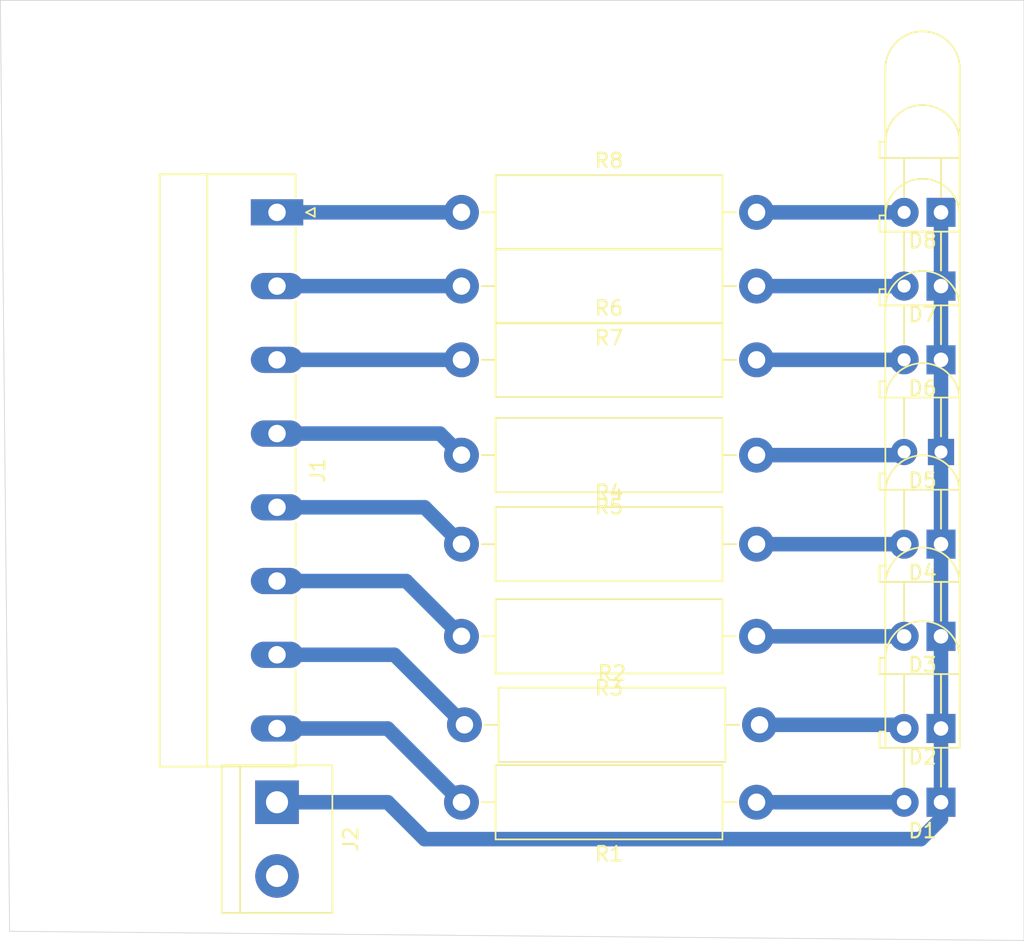
<source format=kicad_pcb>
(kicad_pcb (version 20171130) (host pcbnew "(5.1.2)-2")

  (general
    (thickness 1.6)
    (drawings 5)
    (tracks 35)
    (zones 0)
    (modules 18)
    (nets 18)
  )

  (page A4)
  (layers
    (0 F.Cu signal)
    (31 B.Cu signal)
    (32 B.Adhes user)
    (33 F.Adhes user)
    (34 B.Paste user)
    (35 F.Paste user)
    (36 B.SilkS user)
    (37 F.SilkS user)
    (38 B.Mask user)
    (39 F.Mask user)
    (40 Dwgs.User user)
    (41 Cmts.User user)
    (42 Eco1.User user)
    (43 Eco2.User user)
    (44 Edge.Cuts user)
    (45 Margin user)
    (46 B.CrtYd user)
    (47 F.CrtYd user)
    (48 B.Fab user)
    (49 F.Fab user)
  )

  (setup
    (last_trace_width 0.25)
    (trace_clearance 0.2)
    (zone_clearance 0.508)
    (zone_45_only no)
    (trace_min 0.2)
    (via_size 0.8)
    (via_drill 0.4)
    (via_min_size 0.4)
    (via_min_drill 0.3)
    (uvia_size 0.3)
    (uvia_drill 0.1)
    (uvias_allowed no)
    (uvia_min_size 0.2)
    (uvia_min_drill 0.1)
    (edge_width 0.05)
    (segment_width 0.2)
    (pcb_text_width 0.3)
    (pcb_text_size 1.5 1.5)
    (mod_edge_width 0.12)
    (mod_text_size 1 1)
    (mod_text_width 0.15)
    (pad_size 2 2)
    (pad_drill 1)
    (pad_to_mask_clearance 0.051)
    (solder_mask_min_width 0.25)
    (aux_axis_origin 0 0)
    (visible_elements 7FFFFFFF)
    (pcbplotparams
      (layerselection 0x010fc_ffffffff)
      (usegerberextensions true)
      (usegerberattributes false)
      (usegerberadvancedattributes false)
      (creategerberjobfile false)
      (excludeedgelayer true)
      (linewidth 0.100000)
      (plotframeref false)
      (viasonmask false)
      (mode 1)
      (useauxorigin false)
      (hpglpennumber 1)
      (hpglpenspeed 20)
      (hpglpendiameter 15.000000)
      (psnegative false)
      (psa4output false)
      (plotreference true)
      (plotvalue true)
      (plotinvisibletext false)
      (padsonsilk false)
      (subtractmaskfromsilk false)
      (outputformat 1)
      (mirror false)
      (drillshape 0)
      (scaleselection 1)
      (outputdirectory "./"))
  )

  (net 0 "")
  (net 1 "Net-(D1-Pad2)")
  (net 2 /GND)
  (net 3 "Net-(D2-Pad2)")
  (net 4 "Net-(D3-Pad2)")
  (net 5 "Net-(D4-Pad2)")
  (net 6 "Net-(D5-Pad2)")
  (net 7 "Net-(D6-Pad2)")
  (net 8 "Net-(D7-Pad2)")
  (net 9 "Net-(D8-Pad2)")
  (net 10 /PB0)
  (net 11 /PB1)
  (net 12 /PB2)
  (net 13 /PB3)
  (net 14 /PB4)
  (net 15 /PB5)
  (net 16 /PB6)
  (net 17 /PB7)

  (net_class Default "This is the default net class."
    (clearance 0.2)
    (trace_width 0.25)
    (via_dia 0.8)
    (via_drill 0.4)
    (uvia_dia 0.3)
    (uvia_drill 0.1)
    (add_net /GND)
    (add_net /PB0)
    (add_net /PB1)
    (add_net /PB2)
    (add_net /PB3)
    (add_net /PB4)
    (add_net /PB5)
    (add_net /PB6)
    (add_net /PB7)
    (add_net "Net-(D1-Pad2)")
    (add_net "Net-(D2-Pad2)")
    (add_net "Net-(D3-Pad2)")
    (add_net "Net-(D4-Pad2)")
    (add_net "Net-(D5-Pad2)")
    (add_net "Net-(D6-Pad2)")
    (add_net "Net-(D7-Pad2)")
    (add_net "Net-(D8-Pad2)")
  )

  (module LEDs:LED_D5.0mm_Horizontal_O3.81mm_Z15.0mm (layer F.Cu) (tedit 5D5E4AC5) (tstamp 5D5D05D3)
    (at 96.52 177.8 180)
    (descr "LED, diameter 5.0mm z-position of LED center 3.0mm, 2 pins, diameter 5.0mm z-position of LED center 3.0mm, 2 pins, diameter 5.0mm z-position of LED center 3.0mm, 2 pins, diameter 5.0mm z-position of LED center 9.0mm, 2 pins, diameter 5.0mm z-position of LED center 9.0mm, 2 pins, diameter 5.0mm z-position of LED center 9.0mm, 2 pins, diameter 5.0mm z-position of LED center 15.0mm, 2 pins, diameter 5.0mm z-position of LED center 15.0mm, 2 pins")
    (tags "LED diameter 5.0mm z-position of LED center 3.0mm 2 pins diameter 5.0mm z-position of LED center 3.0mm 2 pins diameter 5.0mm z-position of LED center 3.0mm 2 pins diameter 5.0mm z-position of LED center 9.0mm 2 pins diameter 5.0mm z-position of LED center 9.0mm 2 pins diameter 5.0mm z-position of LED center 9.0mm 2 pins diameter 5.0mm z-position of LED center 15.0mm 2 pins diameter 5.0mm z-position of LED center 15.0mm 2 pins")
    (path /5D5DB78C)
    (fp_text reference D1 (at 1.27 -1.96) (layer F.SilkS)
      (effects (font (size 1 1) (thickness 0.15)))
    )
    (fp_text value LED (at 1.27 13.47) (layer F.Fab)
      (effects (font (size 1 1) (thickness 0.15)))
    )
    (fp_line (start 4.5 -1.25) (end -1.95 -1.25) (layer F.CrtYd) (width 0.05))
    (fp_line (start 4.5 12.75) (end 4.5 -1.25) (layer F.CrtYd) (width 0.05))
    (fp_line (start -1.95 12.75) (end 4.5 12.75) (layer F.CrtYd) (width 0.05))
    (fp_line (start -1.95 -1.25) (end -1.95 12.75) (layer F.CrtYd) (width 0.05))
    (fp_line (start 2.54 1.08) (end 2.54 1.08) (layer F.SilkS) (width 0.12))
    (fp_line (start 2.54 3.75) (end 2.54 1.08) (layer F.SilkS) (width 0.12))
    (fp_line (start 2.54 3.75) (end 2.54 3.75) (layer F.SilkS) (width 0.12))
    (fp_line (start 2.54 1.08) (end 2.54 3.75) (layer F.SilkS) (width 0.12))
    (fp_line (start 0 1.08) (end 0 1.08) (layer F.SilkS) (width 0.12))
    (fp_line (start 0 3.75) (end 0 1.08) (layer F.SilkS) (width 0.12))
    (fp_line (start 0 3.75) (end 0 3.75) (layer F.SilkS) (width 0.12))
    (fp_line (start 0 1.08) (end 0 3.75) (layer F.SilkS) (width 0.12))
    (fp_line (start 3.83 3.75) (end 4.23 3.75) (layer F.SilkS) (width 0.12))
    (fp_line (start 3.83 4.87) (end 3.83 3.75) (layer F.SilkS) (width 0.12))
    (fp_line (start 4.23 4.87) (end 3.83 4.87) (layer F.SilkS) (width 0.12))
    (fp_line (start 4.23 3.75) (end 4.23 4.87) (layer F.SilkS) (width 0.12))
    (fp_line (start -1.29 3.75) (end 3.83 3.75) (layer F.SilkS) (width 0.12))
    (fp_line (start 3.83 3.75) (end 3.83 9.91) (layer F.SilkS) (width 0.12))
    (fp_line (start -1.29 3.75) (end -1.29 9.91) (layer F.SilkS) (width 0.12))
    (fp_line (start 2.54 0) (end 2.54 0) (layer F.Fab) (width 0.1))
    (fp_line (start 2.54 3.81) (end 2.54 0) (layer F.Fab) (width 0.1))
    (fp_line (start 2.54 3.81) (end 2.54 3.81) (layer F.Fab) (width 0.1))
    (fp_line (start 2.54 0) (end 2.54 3.81) (layer F.Fab) (width 0.1))
    (fp_line (start 0 0) (end 0 0) (layer F.Fab) (width 0.1))
    (fp_line (start 0 3.81) (end 0 0) (layer F.Fab) (width 0.1))
    (fp_line (start 0 3.81) (end 0 3.81) (layer F.Fab) (width 0.1))
    (fp_line (start 0 0) (end 0 3.81) (layer F.Fab) (width 0.1))
    (fp_line (start 3.77 3.81) (end 4.17 3.81) (layer F.Fab) (width 0.1))
    (fp_line (start 3.77 4.81) (end 3.77 3.81) (layer F.Fab) (width 0.1))
    (fp_line (start 4.17 4.81) (end 3.77 4.81) (layer F.Fab) (width 0.1))
    (fp_line (start 4.17 3.81) (end 4.17 4.81) (layer F.Fab) (width 0.1))
    (fp_line (start -1.23 3.81) (end 3.77 3.81) (layer F.Fab) (width 0.1))
    (fp_line (start 3.77 3.81) (end 3.77 9.91) (layer F.Fab) (width 0.1))
    (fp_line (start -1.23 3.81) (end -1.23 9.91) (layer F.Fab) (width 0.1))
    (fp_arc (start 1.27 9.91) (end -1.29 9.91) (angle -180) (layer F.SilkS) (width 0.12))
    (fp_arc (start 1.27 9.91) (end -1.23 9.91) (angle -180) (layer F.Fab) (width 0.1))
    (pad 2 thru_hole circle (at 2.54 0 180) (size 2 2) (drill 1) (layers *.Cu *.Mask)
      (net 1 "Net-(D1-Pad2)"))
    (pad 1 thru_hole rect (at 0 0 180) (size 2 2) (drill 1) (layers *.Cu *.Mask)
      (net 2 /GND))
    (model ${KISYS3DMOD}/LEDs.3dshapes/LED_D5.0mm_Horizontal_O3.81mm_Z15.0mm.wrl
      (at (xyz 0 0 0))
      (scale (xyz 0.393701 0.393701 0.393701))
      (rotate (xyz 0 0 0))
    )
  )

  (module LEDs:LED_D5.0mm_Horizontal_O3.81mm_Z15.0mm (layer F.Cu) (tedit 5D5E4AB2) (tstamp 5D5D05FD)
    (at 96.52 172.72 180)
    (descr "LED, diameter 5.0mm z-position of LED center 3.0mm, 2 pins, diameter 5.0mm z-position of LED center 3.0mm, 2 pins, diameter 5.0mm z-position of LED center 3.0mm, 2 pins, diameter 5.0mm z-position of LED center 9.0mm, 2 pins, diameter 5.0mm z-position of LED center 9.0mm, 2 pins, diameter 5.0mm z-position of LED center 9.0mm, 2 pins, diameter 5.0mm z-position of LED center 15.0mm, 2 pins, diameter 5.0mm z-position of LED center 15.0mm, 2 pins")
    (tags "LED diameter 5.0mm z-position of LED center 3.0mm 2 pins diameter 5.0mm z-position of LED center 3.0mm 2 pins diameter 5.0mm z-position of LED center 3.0mm 2 pins diameter 5.0mm z-position of LED center 9.0mm 2 pins diameter 5.0mm z-position of LED center 9.0mm 2 pins diameter 5.0mm z-position of LED center 9.0mm 2 pins diameter 5.0mm z-position of LED center 15.0mm 2 pins diameter 5.0mm z-position of LED center 15.0mm 2 pins")
    (path /5D5DBE89)
    (fp_text reference D2 (at 1.27 -1.96) (layer F.SilkS)
      (effects (font (size 1 1) (thickness 0.15)))
    )
    (fp_text value LED (at 1.27 13.47) (layer F.Fab)
      (effects (font (size 1 1) (thickness 0.15)))
    )
    (fp_arc (start 1.27 9.91) (end -1.23 9.91) (angle -180) (layer F.Fab) (width 0.1))
    (fp_arc (start 1.27 9.91) (end -1.29 9.91) (angle -180) (layer F.SilkS) (width 0.12))
    (fp_line (start -1.23 3.81) (end -1.23 9.91) (layer F.Fab) (width 0.1))
    (fp_line (start 3.77 3.81) (end 3.77 9.91) (layer F.Fab) (width 0.1))
    (fp_line (start -1.23 3.81) (end 3.77 3.81) (layer F.Fab) (width 0.1))
    (fp_line (start 4.17 3.81) (end 4.17 4.81) (layer F.Fab) (width 0.1))
    (fp_line (start 4.17 4.81) (end 3.77 4.81) (layer F.Fab) (width 0.1))
    (fp_line (start 3.77 4.81) (end 3.77 3.81) (layer F.Fab) (width 0.1))
    (fp_line (start 3.77 3.81) (end 4.17 3.81) (layer F.Fab) (width 0.1))
    (fp_line (start 0 0) (end 0 3.81) (layer F.Fab) (width 0.1))
    (fp_line (start 0 3.81) (end 0 3.81) (layer F.Fab) (width 0.1))
    (fp_line (start 0 3.81) (end 0 0) (layer F.Fab) (width 0.1))
    (fp_line (start 0 0) (end 0 0) (layer F.Fab) (width 0.1))
    (fp_line (start 2.54 0) (end 2.54 3.81) (layer F.Fab) (width 0.1))
    (fp_line (start 2.54 3.81) (end 2.54 3.81) (layer F.Fab) (width 0.1))
    (fp_line (start 2.54 3.81) (end 2.54 0) (layer F.Fab) (width 0.1))
    (fp_line (start 2.54 0) (end 2.54 0) (layer F.Fab) (width 0.1))
    (fp_line (start -1.29 3.75) (end -1.29 9.91) (layer F.SilkS) (width 0.12))
    (fp_line (start 3.83 3.75) (end 3.83 9.91) (layer F.SilkS) (width 0.12))
    (fp_line (start -1.29 3.75) (end 3.83 3.75) (layer F.SilkS) (width 0.12))
    (fp_line (start 4.23 3.75) (end 4.23 4.87) (layer F.SilkS) (width 0.12))
    (fp_line (start 4.23 4.87) (end 3.83 4.87) (layer F.SilkS) (width 0.12))
    (fp_line (start 3.83 4.87) (end 3.83 3.75) (layer F.SilkS) (width 0.12))
    (fp_line (start 3.83 3.75) (end 4.23 3.75) (layer F.SilkS) (width 0.12))
    (fp_line (start 0 1.08) (end 0 3.75) (layer F.SilkS) (width 0.12))
    (fp_line (start 0 3.75) (end 0 3.75) (layer F.SilkS) (width 0.12))
    (fp_line (start 0 3.75) (end 0 1.08) (layer F.SilkS) (width 0.12))
    (fp_line (start 0 1.08) (end 0 1.08) (layer F.SilkS) (width 0.12))
    (fp_line (start 2.54 1.08) (end 2.54 3.75) (layer F.SilkS) (width 0.12))
    (fp_line (start 2.54 3.75) (end 2.54 3.75) (layer F.SilkS) (width 0.12))
    (fp_line (start 2.54 3.75) (end 2.54 1.08) (layer F.SilkS) (width 0.12))
    (fp_line (start 2.54 1.08) (end 2.54 1.08) (layer F.SilkS) (width 0.12))
    (fp_line (start -1.95 -1.25) (end -1.95 12.75) (layer F.CrtYd) (width 0.05))
    (fp_line (start -1.95 12.75) (end 4.5 12.75) (layer F.CrtYd) (width 0.05))
    (fp_line (start 4.5 12.75) (end 4.5 -1.25) (layer F.CrtYd) (width 0.05))
    (fp_line (start 4.5 -1.25) (end -1.95 -1.25) (layer F.CrtYd) (width 0.05))
    (pad 1 thru_hole rect (at 0 0 180) (size 2 2) (drill 1) (layers *.Cu *.Mask)
      (net 2 /GND))
    (pad 2 thru_hole circle (at 2.54 0 180) (size 2 2) (drill 1) (layers *.Cu *.Mask)
      (net 3 "Net-(D2-Pad2)"))
    (model ${KISYS3DMOD}/LEDs.3dshapes/LED_D5.0mm_Horizontal_O3.81mm_Z15.0mm.wrl
      (at (xyz 0 0 0))
      (scale (xyz 0.393701 0.393701 0.393701))
      (rotate (xyz 0 0 0))
    )
  )

  (module LEDs:LED_D5.0mm_Horizontal_O3.81mm_Z15.0mm (layer F.Cu) (tedit 5D5E4A9B) (tstamp 5D5D0627)
    (at 96.52 166.37 180)
    (descr "LED, diameter 5.0mm z-position of LED center 3.0mm, 2 pins, diameter 5.0mm z-position of LED center 3.0mm, 2 pins, diameter 5.0mm z-position of LED center 3.0mm, 2 pins, diameter 5.0mm z-position of LED center 9.0mm, 2 pins, diameter 5.0mm z-position of LED center 9.0mm, 2 pins, diameter 5.0mm z-position of LED center 9.0mm, 2 pins, diameter 5.0mm z-position of LED center 15.0mm, 2 pins, diameter 5.0mm z-position of LED center 15.0mm, 2 pins")
    (tags "LED diameter 5.0mm z-position of LED center 3.0mm 2 pins diameter 5.0mm z-position of LED center 3.0mm 2 pins diameter 5.0mm z-position of LED center 3.0mm 2 pins diameter 5.0mm z-position of LED center 9.0mm 2 pins diameter 5.0mm z-position of LED center 9.0mm 2 pins diameter 5.0mm z-position of LED center 9.0mm 2 pins diameter 5.0mm z-position of LED center 15.0mm 2 pins diameter 5.0mm z-position of LED center 15.0mm 2 pins")
    (path /5D5DE395)
    (fp_text reference D3 (at 1.27 -1.96) (layer F.SilkS)
      (effects (font (size 1 1) (thickness 0.15)))
    )
    (fp_text value LED (at 1.27 13.47) (layer F.Fab)
      (effects (font (size 1 1) (thickness 0.15)))
    )
    (fp_line (start 4.5 -1.25) (end -1.95 -1.25) (layer F.CrtYd) (width 0.05))
    (fp_line (start 4.5 12.75) (end 4.5 -1.25) (layer F.CrtYd) (width 0.05))
    (fp_line (start -1.95 12.75) (end 4.5 12.75) (layer F.CrtYd) (width 0.05))
    (fp_line (start -1.95 -1.25) (end -1.95 12.75) (layer F.CrtYd) (width 0.05))
    (fp_line (start 2.54 1.08) (end 2.54 1.08) (layer F.SilkS) (width 0.12))
    (fp_line (start 2.54 3.75) (end 2.54 1.08) (layer F.SilkS) (width 0.12))
    (fp_line (start 2.54 3.75) (end 2.54 3.75) (layer F.SilkS) (width 0.12))
    (fp_line (start 2.54 1.08) (end 2.54 3.75) (layer F.SilkS) (width 0.12))
    (fp_line (start 0 1.08) (end 0 1.08) (layer F.SilkS) (width 0.12))
    (fp_line (start 0 3.75) (end 0 1.08) (layer F.SilkS) (width 0.12))
    (fp_line (start 0 3.75) (end 0 3.75) (layer F.SilkS) (width 0.12))
    (fp_line (start 0 1.08) (end 0 3.75) (layer F.SilkS) (width 0.12))
    (fp_line (start 3.83 3.75) (end 4.23 3.75) (layer F.SilkS) (width 0.12))
    (fp_line (start 3.83 4.87) (end 3.83 3.75) (layer F.SilkS) (width 0.12))
    (fp_line (start 4.23 4.87) (end 3.83 4.87) (layer F.SilkS) (width 0.12))
    (fp_line (start 4.23 3.75) (end 4.23 4.87) (layer F.SilkS) (width 0.12))
    (fp_line (start -1.29 3.75) (end 3.83 3.75) (layer F.SilkS) (width 0.12))
    (fp_line (start 3.83 3.75) (end 3.83 9.91) (layer F.SilkS) (width 0.12))
    (fp_line (start -1.29 3.75) (end -1.29 9.91) (layer F.SilkS) (width 0.12))
    (fp_line (start 2.54 0) (end 2.54 0) (layer F.Fab) (width 0.1))
    (fp_line (start 2.54 3.81) (end 2.54 0) (layer F.Fab) (width 0.1))
    (fp_line (start 2.54 3.81) (end 2.54 3.81) (layer F.Fab) (width 0.1))
    (fp_line (start 2.54 0) (end 2.54 3.81) (layer F.Fab) (width 0.1))
    (fp_line (start 0 0) (end 0 0) (layer F.Fab) (width 0.1))
    (fp_line (start 0 3.81) (end 0 0) (layer F.Fab) (width 0.1))
    (fp_line (start 0 3.81) (end 0 3.81) (layer F.Fab) (width 0.1))
    (fp_line (start 0 0) (end 0 3.81) (layer F.Fab) (width 0.1))
    (fp_line (start 3.77 3.81) (end 4.17 3.81) (layer F.Fab) (width 0.1))
    (fp_line (start 3.77 4.81) (end 3.77 3.81) (layer F.Fab) (width 0.1))
    (fp_line (start 4.17 4.81) (end 3.77 4.81) (layer F.Fab) (width 0.1))
    (fp_line (start 4.17 3.81) (end 4.17 4.81) (layer F.Fab) (width 0.1))
    (fp_line (start -1.23 3.81) (end 3.77 3.81) (layer F.Fab) (width 0.1))
    (fp_line (start 3.77 3.81) (end 3.77 9.91) (layer F.Fab) (width 0.1))
    (fp_line (start -1.23 3.81) (end -1.23 9.91) (layer F.Fab) (width 0.1))
    (fp_arc (start 1.27 9.91) (end -1.29 9.91) (angle -180) (layer F.SilkS) (width 0.12))
    (fp_arc (start 1.27 9.91) (end -1.23 9.91) (angle -180) (layer F.Fab) (width 0.1))
    (pad 2 thru_hole circle (at 2.54 0 180) (size 2 2) (drill 1) (layers *.Cu *.Mask)
      (net 4 "Net-(D3-Pad2)"))
    (pad 1 thru_hole rect (at 0 0 180) (size 2 2) (drill 1) (layers *.Cu *.Mask)
      (net 2 /GND))
    (model ${KISYS3DMOD}/LEDs.3dshapes/LED_D5.0mm_Horizontal_O3.81mm_Z15.0mm.wrl
      (at (xyz 0 0 0))
      (scale (xyz 0.393701 0.393701 0.393701))
      (rotate (xyz 0 0 0))
    )
  )

  (module LEDs:LED_D5.0mm_Horizontal_O3.81mm_Z15.0mm (layer F.Cu) (tedit 5D5E4A83) (tstamp 5D5D0651)
    (at 96.52 160.02 180)
    (descr "LED, diameter 5.0mm z-position of LED center 3.0mm, 2 pins, diameter 5.0mm z-position of LED center 3.0mm, 2 pins, diameter 5.0mm z-position of LED center 3.0mm, 2 pins, diameter 5.0mm z-position of LED center 9.0mm, 2 pins, diameter 5.0mm z-position of LED center 9.0mm, 2 pins, diameter 5.0mm z-position of LED center 9.0mm, 2 pins, diameter 5.0mm z-position of LED center 15.0mm, 2 pins, diameter 5.0mm z-position of LED center 15.0mm, 2 pins")
    (tags "LED diameter 5.0mm z-position of LED center 3.0mm 2 pins diameter 5.0mm z-position of LED center 3.0mm 2 pins diameter 5.0mm z-position of LED center 3.0mm 2 pins diameter 5.0mm z-position of LED center 9.0mm 2 pins diameter 5.0mm z-position of LED center 9.0mm 2 pins diameter 5.0mm z-position of LED center 9.0mm 2 pins diameter 5.0mm z-position of LED center 15.0mm 2 pins diameter 5.0mm z-position of LED center 15.0mm 2 pins")
    (path /5D5DE39B)
    (fp_text reference D4 (at 1.27 -1.96) (layer F.SilkS)
      (effects (font (size 1 1) (thickness 0.15)))
    )
    (fp_text value LED (at 1.27 13.47) (layer F.Fab)
      (effects (font (size 1 1) (thickness 0.15)))
    )
    (fp_arc (start 1.27 9.91) (end -1.23 9.91) (angle -180) (layer F.Fab) (width 0.1))
    (fp_arc (start 1.27 9.91) (end -1.29 9.91) (angle -180) (layer F.SilkS) (width 0.12))
    (fp_line (start -1.23 3.81) (end -1.23 9.91) (layer F.Fab) (width 0.1))
    (fp_line (start 3.77 3.81) (end 3.77 9.91) (layer F.Fab) (width 0.1))
    (fp_line (start -1.23 3.81) (end 3.77 3.81) (layer F.Fab) (width 0.1))
    (fp_line (start 4.17 3.81) (end 4.17 4.81) (layer F.Fab) (width 0.1))
    (fp_line (start 4.17 4.81) (end 3.77 4.81) (layer F.Fab) (width 0.1))
    (fp_line (start 3.77 4.81) (end 3.77 3.81) (layer F.Fab) (width 0.1))
    (fp_line (start 3.77 3.81) (end 4.17 3.81) (layer F.Fab) (width 0.1))
    (fp_line (start 0 0) (end 0 3.81) (layer F.Fab) (width 0.1))
    (fp_line (start 0 3.81) (end 0 3.81) (layer F.Fab) (width 0.1))
    (fp_line (start 0 3.81) (end 0 0) (layer F.Fab) (width 0.1))
    (fp_line (start 0 0) (end 0 0) (layer F.Fab) (width 0.1))
    (fp_line (start 2.54 0) (end 2.54 3.81) (layer F.Fab) (width 0.1))
    (fp_line (start 2.54 3.81) (end 2.54 3.81) (layer F.Fab) (width 0.1))
    (fp_line (start 2.54 3.81) (end 2.54 0) (layer F.Fab) (width 0.1))
    (fp_line (start 2.54 0) (end 2.54 0) (layer F.Fab) (width 0.1))
    (fp_line (start -1.29 3.75) (end -1.29 9.91) (layer F.SilkS) (width 0.12))
    (fp_line (start 3.83 3.75) (end 3.83 9.91) (layer F.SilkS) (width 0.12))
    (fp_line (start -1.29 3.75) (end 3.83 3.75) (layer F.SilkS) (width 0.12))
    (fp_line (start 4.23 3.75) (end 4.23 4.87) (layer F.SilkS) (width 0.12))
    (fp_line (start 4.23 4.87) (end 3.83 4.87) (layer F.SilkS) (width 0.12))
    (fp_line (start 3.83 4.87) (end 3.83 3.75) (layer F.SilkS) (width 0.12))
    (fp_line (start 3.83 3.75) (end 4.23 3.75) (layer F.SilkS) (width 0.12))
    (fp_line (start 0 1.08) (end 0 3.75) (layer F.SilkS) (width 0.12))
    (fp_line (start 0 3.75) (end 0 3.75) (layer F.SilkS) (width 0.12))
    (fp_line (start 0 3.75) (end 0 1.08) (layer F.SilkS) (width 0.12))
    (fp_line (start 0 1.08) (end 0 1.08) (layer F.SilkS) (width 0.12))
    (fp_line (start 2.54 1.08) (end 2.54 3.75) (layer F.SilkS) (width 0.12))
    (fp_line (start 2.54 3.75) (end 2.54 3.75) (layer F.SilkS) (width 0.12))
    (fp_line (start 2.54 3.75) (end 2.54 1.08) (layer F.SilkS) (width 0.12))
    (fp_line (start 2.54 1.08) (end 2.54 1.08) (layer F.SilkS) (width 0.12))
    (fp_line (start -1.95 -1.25) (end -1.95 12.75) (layer F.CrtYd) (width 0.05))
    (fp_line (start -1.95 12.75) (end 4.5 12.75) (layer F.CrtYd) (width 0.05))
    (fp_line (start 4.5 12.75) (end 4.5 -1.25) (layer F.CrtYd) (width 0.05))
    (fp_line (start 4.5 -1.25) (end -1.95 -1.25) (layer F.CrtYd) (width 0.05))
    (pad 1 thru_hole rect (at 0 0 180) (size 2 2) (drill 1) (layers *.Cu *.Mask)
      (net 2 /GND))
    (pad 2 thru_hole circle (at 2.54 0 180) (size 2 2) (drill 1) (layers *.Cu *.Mask)
      (net 5 "Net-(D4-Pad2)"))
    (model ${KISYS3DMOD}/LEDs.3dshapes/LED_D5.0mm_Horizontal_O3.81mm_Z15.0mm.wrl
      (at (xyz 0 0 0))
      (scale (xyz 0.393701 0.393701 0.393701))
      (rotate (xyz 0 0 0))
    )
  )

  (module LEDs:LED_D5.0mm_Horizontal_O3.81mm_Z15.0mm (layer F.Cu) (tedit 5880A863) (tstamp 5D5D067B)
    (at 96.52 153.67 180)
    (descr "LED, diameter 5.0mm z-position of LED center 3.0mm, 2 pins, diameter 5.0mm z-position of LED center 3.0mm, 2 pins, diameter 5.0mm z-position of LED center 3.0mm, 2 pins, diameter 5.0mm z-position of LED center 9.0mm, 2 pins, diameter 5.0mm z-position of LED center 9.0mm, 2 pins, diameter 5.0mm z-position of LED center 9.0mm, 2 pins, diameter 5.0mm z-position of LED center 15.0mm, 2 pins, diameter 5.0mm z-position of LED center 15.0mm, 2 pins")
    (tags "LED diameter 5.0mm z-position of LED center 3.0mm 2 pins diameter 5.0mm z-position of LED center 3.0mm 2 pins diameter 5.0mm z-position of LED center 3.0mm 2 pins diameter 5.0mm z-position of LED center 9.0mm 2 pins diameter 5.0mm z-position of LED center 9.0mm 2 pins diameter 5.0mm z-position of LED center 9.0mm 2 pins diameter 5.0mm z-position of LED center 15.0mm 2 pins diameter 5.0mm z-position of LED center 15.0mm 2 pins")
    (path /5D5DF0A3)
    (fp_text reference D5 (at 1.27 -1.96) (layer F.SilkS)
      (effects (font (size 1 1) (thickness 0.15)))
    )
    (fp_text value LED (at 1.27 13.47) (layer F.Fab)
      (effects (font (size 1 1) (thickness 0.15)))
    )
    (fp_line (start 4.5 -1.25) (end -1.95 -1.25) (layer F.CrtYd) (width 0.05))
    (fp_line (start 4.5 12.75) (end 4.5 -1.25) (layer F.CrtYd) (width 0.05))
    (fp_line (start -1.95 12.75) (end 4.5 12.75) (layer F.CrtYd) (width 0.05))
    (fp_line (start -1.95 -1.25) (end -1.95 12.75) (layer F.CrtYd) (width 0.05))
    (fp_line (start 2.54 1.08) (end 2.54 1.08) (layer F.SilkS) (width 0.12))
    (fp_line (start 2.54 3.75) (end 2.54 1.08) (layer F.SilkS) (width 0.12))
    (fp_line (start 2.54 3.75) (end 2.54 3.75) (layer F.SilkS) (width 0.12))
    (fp_line (start 2.54 1.08) (end 2.54 3.75) (layer F.SilkS) (width 0.12))
    (fp_line (start 0 1.08) (end 0 1.08) (layer F.SilkS) (width 0.12))
    (fp_line (start 0 3.75) (end 0 1.08) (layer F.SilkS) (width 0.12))
    (fp_line (start 0 3.75) (end 0 3.75) (layer F.SilkS) (width 0.12))
    (fp_line (start 0 1.08) (end 0 3.75) (layer F.SilkS) (width 0.12))
    (fp_line (start 3.83 3.75) (end 4.23 3.75) (layer F.SilkS) (width 0.12))
    (fp_line (start 3.83 4.87) (end 3.83 3.75) (layer F.SilkS) (width 0.12))
    (fp_line (start 4.23 4.87) (end 3.83 4.87) (layer F.SilkS) (width 0.12))
    (fp_line (start 4.23 3.75) (end 4.23 4.87) (layer F.SilkS) (width 0.12))
    (fp_line (start -1.29 3.75) (end 3.83 3.75) (layer F.SilkS) (width 0.12))
    (fp_line (start 3.83 3.75) (end 3.83 9.91) (layer F.SilkS) (width 0.12))
    (fp_line (start -1.29 3.75) (end -1.29 9.91) (layer F.SilkS) (width 0.12))
    (fp_line (start 2.54 0) (end 2.54 0) (layer F.Fab) (width 0.1))
    (fp_line (start 2.54 3.81) (end 2.54 0) (layer F.Fab) (width 0.1))
    (fp_line (start 2.54 3.81) (end 2.54 3.81) (layer F.Fab) (width 0.1))
    (fp_line (start 2.54 0) (end 2.54 3.81) (layer F.Fab) (width 0.1))
    (fp_line (start 0 0) (end 0 0) (layer F.Fab) (width 0.1))
    (fp_line (start 0 3.81) (end 0 0) (layer F.Fab) (width 0.1))
    (fp_line (start 0 3.81) (end 0 3.81) (layer F.Fab) (width 0.1))
    (fp_line (start 0 0) (end 0 3.81) (layer F.Fab) (width 0.1))
    (fp_line (start 3.77 3.81) (end 4.17 3.81) (layer F.Fab) (width 0.1))
    (fp_line (start 3.77 4.81) (end 3.77 3.81) (layer F.Fab) (width 0.1))
    (fp_line (start 4.17 4.81) (end 3.77 4.81) (layer F.Fab) (width 0.1))
    (fp_line (start 4.17 3.81) (end 4.17 4.81) (layer F.Fab) (width 0.1))
    (fp_line (start -1.23 3.81) (end 3.77 3.81) (layer F.Fab) (width 0.1))
    (fp_line (start 3.77 3.81) (end 3.77 9.91) (layer F.Fab) (width 0.1))
    (fp_line (start -1.23 3.81) (end -1.23 9.91) (layer F.Fab) (width 0.1))
    (fp_arc (start 1.27 9.91) (end -1.29 9.91) (angle -180) (layer F.SilkS) (width 0.12))
    (fp_arc (start 1.27 9.91) (end -1.23 9.91) (angle -180) (layer F.Fab) (width 0.1))
    (pad 2 thru_hole circle (at 2.54 0 180) (size 1.8 1.8) (drill 0.9) (layers *.Cu *.Mask)
      (net 6 "Net-(D5-Pad2)"))
    (pad 1 thru_hole rect (at 0 0 180) (size 1.8 1.8) (drill 0.9) (layers *.Cu *.Mask)
      (net 2 /GND))
    (model ${KISYS3DMOD}/LEDs.3dshapes/LED_D5.0mm_Horizontal_O3.81mm_Z15.0mm.wrl
      (at (xyz 0 0 0))
      (scale (xyz 0.393701 0.393701 0.393701))
      (rotate (xyz 0 0 0))
    )
  )

  (module LEDs:LED_D5.0mm_Horizontal_O3.81mm_Z15.0mm (layer F.Cu) (tedit 5D5E4A5F) (tstamp 5D5D06A5)
    (at 96.52 147.32 180)
    (descr "LED, diameter 5.0mm z-position of LED center 3.0mm, 2 pins, diameter 5.0mm z-position of LED center 3.0mm, 2 pins, diameter 5.0mm z-position of LED center 3.0mm, 2 pins, diameter 5.0mm z-position of LED center 9.0mm, 2 pins, diameter 5.0mm z-position of LED center 9.0mm, 2 pins, diameter 5.0mm z-position of LED center 9.0mm, 2 pins, diameter 5.0mm z-position of LED center 15.0mm, 2 pins, diameter 5.0mm z-position of LED center 15.0mm, 2 pins")
    (tags "LED diameter 5.0mm z-position of LED center 3.0mm 2 pins diameter 5.0mm z-position of LED center 3.0mm 2 pins diameter 5.0mm z-position of LED center 3.0mm 2 pins diameter 5.0mm z-position of LED center 9.0mm 2 pins diameter 5.0mm z-position of LED center 9.0mm 2 pins diameter 5.0mm z-position of LED center 9.0mm 2 pins diameter 5.0mm z-position of LED center 15.0mm 2 pins diameter 5.0mm z-position of LED center 15.0mm 2 pins")
    (path /5D5DF0A9)
    (fp_text reference D6 (at 1.27 -1.96) (layer F.SilkS)
      (effects (font (size 1 1) (thickness 0.15)))
    )
    (fp_text value LED (at 1.27 13.47) (layer F.Fab)
      (effects (font (size 1 1) (thickness 0.15)))
    )
    (fp_arc (start 1.27 9.91) (end -1.23 9.91) (angle -180) (layer F.Fab) (width 0.1))
    (fp_arc (start 1.27 9.91) (end -1.29 9.91) (angle -180) (layer F.SilkS) (width 0.12))
    (fp_line (start -1.23 3.81) (end -1.23 9.91) (layer F.Fab) (width 0.1))
    (fp_line (start 3.77 3.81) (end 3.77 9.91) (layer F.Fab) (width 0.1))
    (fp_line (start -1.23 3.81) (end 3.77 3.81) (layer F.Fab) (width 0.1))
    (fp_line (start 4.17 3.81) (end 4.17 4.81) (layer F.Fab) (width 0.1))
    (fp_line (start 4.17 4.81) (end 3.77 4.81) (layer F.Fab) (width 0.1))
    (fp_line (start 3.77 4.81) (end 3.77 3.81) (layer F.Fab) (width 0.1))
    (fp_line (start 3.77 3.81) (end 4.17 3.81) (layer F.Fab) (width 0.1))
    (fp_line (start 0 0) (end 0 3.81) (layer F.Fab) (width 0.1))
    (fp_line (start 0 3.81) (end 0 3.81) (layer F.Fab) (width 0.1))
    (fp_line (start 0 3.81) (end 0 0) (layer F.Fab) (width 0.1))
    (fp_line (start 0 0) (end 0 0) (layer F.Fab) (width 0.1))
    (fp_line (start 2.54 0) (end 2.54 3.81) (layer F.Fab) (width 0.1))
    (fp_line (start 2.54 3.81) (end 2.54 3.81) (layer F.Fab) (width 0.1))
    (fp_line (start 2.54 3.81) (end 2.54 0) (layer F.Fab) (width 0.1))
    (fp_line (start 2.54 0) (end 2.54 0) (layer F.Fab) (width 0.1))
    (fp_line (start -1.29 3.75) (end -1.29 9.91) (layer F.SilkS) (width 0.12))
    (fp_line (start 3.83 3.75) (end 3.83 9.91) (layer F.SilkS) (width 0.12))
    (fp_line (start -1.29 3.75) (end 3.83 3.75) (layer F.SilkS) (width 0.12))
    (fp_line (start 4.23 3.75) (end 4.23 4.87) (layer F.SilkS) (width 0.12))
    (fp_line (start 4.23 4.87) (end 3.83 4.87) (layer F.SilkS) (width 0.12))
    (fp_line (start 3.83 4.87) (end 3.83 3.75) (layer F.SilkS) (width 0.12))
    (fp_line (start 3.83 3.75) (end 4.23 3.75) (layer F.SilkS) (width 0.12))
    (fp_line (start 0 1.08) (end 0 3.75) (layer F.SilkS) (width 0.12))
    (fp_line (start 0 3.75) (end 0 3.75) (layer F.SilkS) (width 0.12))
    (fp_line (start 0 3.75) (end 0 1.08) (layer F.SilkS) (width 0.12))
    (fp_line (start 0 1.08) (end 0 1.08) (layer F.SilkS) (width 0.12))
    (fp_line (start 2.54 1.08) (end 2.54 3.75) (layer F.SilkS) (width 0.12))
    (fp_line (start 2.54 3.75) (end 2.54 3.75) (layer F.SilkS) (width 0.12))
    (fp_line (start 2.54 3.75) (end 2.54 1.08) (layer F.SilkS) (width 0.12))
    (fp_line (start 2.54 1.08) (end 2.54 1.08) (layer F.SilkS) (width 0.12))
    (fp_line (start -1.95 -1.25) (end -1.95 12.75) (layer F.CrtYd) (width 0.05))
    (fp_line (start -1.95 12.75) (end 4.5 12.75) (layer F.CrtYd) (width 0.05))
    (fp_line (start 4.5 12.75) (end 4.5 -1.25) (layer F.CrtYd) (width 0.05))
    (fp_line (start 4.5 -1.25) (end -1.95 -1.25) (layer F.CrtYd) (width 0.05))
    (pad 1 thru_hole rect (at 0 0 180) (size 2 2) (drill 1) (layers *.Cu *.Mask)
      (net 2 /GND))
    (pad 2 thru_hole circle (at 2.54 0 180) (size 2 2) (drill 0.9) (layers *.Cu *.Mask)
      (net 7 "Net-(D6-Pad2)"))
    (model ${KISYS3DMOD}/LEDs.3dshapes/LED_D5.0mm_Horizontal_O3.81mm_Z15.0mm.wrl
      (at (xyz 0 0 0))
      (scale (xyz 0.393701 0.393701 0.393701))
      (rotate (xyz 0 0 0))
    )
  )

  (module LEDs:LED_D5.0mm_Horizontal_O3.81mm_Z15.0mm (layer F.Cu) (tedit 5D5E4A66) (tstamp 5D5D06CF)
    (at 96.52 142.24 180)
    (descr "LED, diameter 5.0mm z-position of LED center 3.0mm, 2 pins, diameter 5.0mm z-position of LED center 3.0mm, 2 pins, diameter 5.0mm z-position of LED center 3.0mm, 2 pins, diameter 5.0mm z-position of LED center 9.0mm, 2 pins, diameter 5.0mm z-position of LED center 9.0mm, 2 pins, diameter 5.0mm z-position of LED center 9.0mm, 2 pins, diameter 5.0mm z-position of LED center 15.0mm, 2 pins, diameter 5.0mm z-position of LED center 15.0mm, 2 pins")
    (tags "LED diameter 5.0mm z-position of LED center 3.0mm 2 pins diameter 5.0mm z-position of LED center 3.0mm 2 pins diameter 5.0mm z-position of LED center 3.0mm 2 pins diameter 5.0mm z-position of LED center 9.0mm 2 pins diameter 5.0mm z-position of LED center 9.0mm 2 pins diameter 5.0mm z-position of LED center 9.0mm 2 pins diameter 5.0mm z-position of LED center 15.0mm 2 pins diameter 5.0mm z-position of LED center 15.0mm 2 pins")
    (path /5D5DFA23)
    (fp_text reference D7 (at 1.27 -1.96) (layer F.SilkS)
      (effects (font (size 1 1) (thickness 0.15)))
    )
    (fp_text value LED (at 1.27 13.47) (layer F.Fab)
      (effects (font (size 1 1) (thickness 0.15)))
    )
    (fp_line (start 4.5 -1.25) (end -1.95 -1.25) (layer F.CrtYd) (width 0.05))
    (fp_line (start 4.5 12.75) (end 4.5 -1.25) (layer F.CrtYd) (width 0.05))
    (fp_line (start -1.95 12.75) (end 4.5 12.75) (layer F.CrtYd) (width 0.05))
    (fp_line (start -1.95 -1.25) (end -1.95 12.75) (layer F.CrtYd) (width 0.05))
    (fp_line (start 2.54 1.08) (end 2.54 1.08) (layer F.SilkS) (width 0.12))
    (fp_line (start 2.54 3.75) (end 2.54 1.08) (layer F.SilkS) (width 0.12))
    (fp_line (start 2.54 3.75) (end 2.54 3.75) (layer F.SilkS) (width 0.12))
    (fp_line (start 2.54 1.08) (end 2.54 3.75) (layer F.SilkS) (width 0.12))
    (fp_line (start 0 1.08) (end 0 1.08) (layer F.SilkS) (width 0.12))
    (fp_line (start 0 3.75) (end 0 1.08) (layer F.SilkS) (width 0.12))
    (fp_line (start 0 3.75) (end 0 3.75) (layer F.SilkS) (width 0.12))
    (fp_line (start 0 1.08) (end 0 3.75) (layer F.SilkS) (width 0.12))
    (fp_line (start 3.83 3.75) (end 4.23 3.75) (layer F.SilkS) (width 0.12))
    (fp_line (start 3.83 4.87) (end 3.83 3.75) (layer F.SilkS) (width 0.12))
    (fp_line (start 4.23 4.87) (end 3.83 4.87) (layer F.SilkS) (width 0.12))
    (fp_line (start 4.23 3.75) (end 4.23 4.87) (layer F.SilkS) (width 0.12))
    (fp_line (start -1.29 3.75) (end 3.83 3.75) (layer F.SilkS) (width 0.12))
    (fp_line (start 3.83 3.75) (end 3.83 9.91) (layer F.SilkS) (width 0.12))
    (fp_line (start -1.29 3.75) (end -1.29 9.91) (layer F.SilkS) (width 0.12))
    (fp_line (start 2.54 0) (end 2.54 0) (layer F.Fab) (width 0.1))
    (fp_line (start 2.54 3.81) (end 2.54 0) (layer F.Fab) (width 0.1))
    (fp_line (start 2.54 3.81) (end 2.54 3.81) (layer F.Fab) (width 0.1))
    (fp_line (start 2.54 0) (end 2.54 3.81) (layer F.Fab) (width 0.1))
    (fp_line (start 0 0) (end 0 0) (layer F.Fab) (width 0.1))
    (fp_line (start 0 3.81) (end 0 0) (layer F.Fab) (width 0.1))
    (fp_line (start 0 3.81) (end 0 3.81) (layer F.Fab) (width 0.1))
    (fp_line (start 0 0) (end 0 3.81) (layer F.Fab) (width 0.1))
    (fp_line (start 3.77 3.81) (end 4.17 3.81) (layer F.Fab) (width 0.1))
    (fp_line (start 3.77 4.81) (end 3.77 3.81) (layer F.Fab) (width 0.1))
    (fp_line (start 4.17 4.81) (end 3.77 4.81) (layer F.Fab) (width 0.1))
    (fp_line (start 4.17 3.81) (end 4.17 4.81) (layer F.Fab) (width 0.1))
    (fp_line (start -1.23 3.81) (end 3.77 3.81) (layer F.Fab) (width 0.1))
    (fp_line (start 3.77 3.81) (end 3.77 9.91) (layer F.Fab) (width 0.1))
    (fp_line (start -1.23 3.81) (end -1.23 9.91) (layer F.Fab) (width 0.1))
    (fp_arc (start 1.27 9.91) (end -1.29 9.91) (angle -180) (layer F.SilkS) (width 0.12))
    (fp_arc (start 1.27 9.91) (end -1.23 9.91) (angle -180) (layer F.Fab) (width 0.1))
    (pad 2 thru_hole circle (at 2.54 0 180) (size 2 2) (drill 0.9) (layers *.Cu *.Mask)
      (net 8 "Net-(D7-Pad2)"))
    (pad 1 thru_hole rect (at 0 0 180) (size 2 2) (drill 1) (layers *.Cu *.Mask)
      (net 2 /GND))
    (model ${KISYS3DMOD}/LEDs.3dshapes/LED_D5.0mm_Horizontal_O3.81mm_Z15.0mm.wrl
      (at (xyz 0 0 0))
      (scale (xyz 0.393701 0.393701 0.393701))
      (rotate (xyz 0 0 0))
    )
  )

  (module LEDs:LED_D5.0mm_Horizontal_O3.81mm_Z15.0mm (layer F.Cu) (tedit 5D5E4A6B) (tstamp 5D5D06F9)
    (at 96.52 137.16 180)
    (descr "LED, diameter 5.0mm z-position of LED center 3.0mm, 2 pins, diameter 5.0mm z-position of LED center 3.0mm, 2 pins, diameter 5.0mm z-position of LED center 3.0mm, 2 pins, diameter 5.0mm z-position of LED center 9.0mm, 2 pins, diameter 5.0mm z-position of LED center 9.0mm, 2 pins, diameter 5.0mm z-position of LED center 9.0mm, 2 pins, diameter 5.0mm z-position of LED center 15.0mm, 2 pins, diameter 5.0mm z-position of LED center 15.0mm, 2 pins")
    (tags "LED diameter 5.0mm z-position of LED center 3.0mm 2 pins diameter 5.0mm z-position of LED center 3.0mm 2 pins diameter 5.0mm z-position of LED center 3.0mm 2 pins diameter 5.0mm z-position of LED center 9.0mm 2 pins diameter 5.0mm z-position of LED center 9.0mm 2 pins diameter 5.0mm z-position of LED center 9.0mm 2 pins diameter 5.0mm z-position of LED center 15.0mm 2 pins diameter 5.0mm z-position of LED center 15.0mm 2 pins")
    (path /5D5DFA29)
    (fp_text reference D8 (at 1.27 -1.96) (layer F.SilkS)
      (effects (font (size 1 1) (thickness 0.15)))
    )
    (fp_text value LED (at 1.27 13.47) (layer F.Fab)
      (effects (font (size 1 1) (thickness 0.15)))
    )
    (fp_arc (start 1.27 9.91) (end -1.23 9.91) (angle -180) (layer F.Fab) (width 0.1))
    (fp_arc (start 1.27 9.91) (end -1.29 9.91) (angle -180) (layer F.SilkS) (width 0.12))
    (fp_line (start -1.23 3.81) (end -1.23 9.91) (layer F.Fab) (width 0.1))
    (fp_line (start 3.77 3.81) (end 3.77 9.91) (layer F.Fab) (width 0.1))
    (fp_line (start -1.23 3.81) (end 3.77 3.81) (layer F.Fab) (width 0.1))
    (fp_line (start 4.17 3.81) (end 4.17 4.81) (layer F.Fab) (width 0.1))
    (fp_line (start 4.17 4.81) (end 3.77 4.81) (layer F.Fab) (width 0.1))
    (fp_line (start 3.77 4.81) (end 3.77 3.81) (layer F.Fab) (width 0.1))
    (fp_line (start 3.77 3.81) (end 4.17 3.81) (layer F.Fab) (width 0.1))
    (fp_line (start 0 0) (end 0 3.81) (layer F.Fab) (width 0.1))
    (fp_line (start 0 3.81) (end 0 3.81) (layer F.Fab) (width 0.1))
    (fp_line (start 0 3.81) (end 0 0) (layer F.Fab) (width 0.1))
    (fp_line (start 0 0) (end 0 0) (layer F.Fab) (width 0.1))
    (fp_line (start 2.54 0) (end 2.54 3.81) (layer F.Fab) (width 0.1))
    (fp_line (start 2.54 3.81) (end 2.54 3.81) (layer F.Fab) (width 0.1))
    (fp_line (start 2.54 3.81) (end 2.54 0) (layer F.Fab) (width 0.1))
    (fp_line (start 2.54 0) (end 2.54 0) (layer F.Fab) (width 0.1))
    (fp_line (start -1.29 3.75) (end -1.29 9.91) (layer F.SilkS) (width 0.12))
    (fp_line (start 3.83 3.75) (end 3.83 9.91) (layer F.SilkS) (width 0.12))
    (fp_line (start -1.29 3.75) (end 3.83 3.75) (layer F.SilkS) (width 0.12))
    (fp_line (start 4.23 3.75) (end 4.23 4.87) (layer F.SilkS) (width 0.12))
    (fp_line (start 4.23 4.87) (end 3.83 4.87) (layer F.SilkS) (width 0.12))
    (fp_line (start 3.83 4.87) (end 3.83 3.75) (layer F.SilkS) (width 0.12))
    (fp_line (start 3.83 3.75) (end 4.23 3.75) (layer F.SilkS) (width 0.12))
    (fp_line (start 0 1.08) (end 0 3.75) (layer F.SilkS) (width 0.12))
    (fp_line (start 0 3.75) (end 0 3.75) (layer F.SilkS) (width 0.12))
    (fp_line (start 0 3.75) (end 0 1.08) (layer F.SilkS) (width 0.12))
    (fp_line (start 0 1.08) (end 0 1.08) (layer F.SilkS) (width 0.12))
    (fp_line (start 2.54 1.08) (end 2.54 3.75) (layer F.SilkS) (width 0.12))
    (fp_line (start 2.54 3.75) (end 2.54 3.75) (layer F.SilkS) (width 0.12))
    (fp_line (start 2.54 3.75) (end 2.54 1.08) (layer F.SilkS) (width 0.12))
    (fp_line (start 2.54 1.08) (end 2.54 1.08) (layer F.SilkS) (width 0.12))
    (fp_line (start -1.95 -1.25) (end -1.95 12.75) (layer F.CrtYd) (width 0.05))
    (fp_line (start -1.95 12.75) (end 4.5 12.75) (layer F.CrtYd) (width 0.05))
    (fp_line (start 4.5 12.75) (end 4.5 -1.25) (layer F.CrtYd) (width 0.05))
    (fp_line (start 4.5 -1.25) (end -1.95 -1.25) (layer F.CrtYd) (width 0.05))
    (pad 1 thru_hole rect (at 0 0 180) (size 2 2) (drill 1) (layers *.Cu *.Mask)
      (net 2 /GND))
    (pad 2 thru_hole circle (at 2.54 0 180) (size 2 2) (drill 0.9) (layers *.Cu *.Mask)
      (net 9 "Net-(D8-Pad2)"))
    (model ${KISYS3DMOD}/LEDs.3dshapes/LED_D5.0mm_Horizontal_O3.81mm_Z15.0mm.wrl
      (at (xyz 0 0 0))
      (scale (xyz 0.393701 0.393701 0.393701))
      (rotate (xyz 0 0 0))
    )
  )

  (module Connectors_Phoenix:PhoenixContact_MC-G_08x5.08mm_Angled (layer F.Cu) (tedit 59566E61) (tstamp 5D5D0720)
    (at 50.8 137.16 270)
    (descr "Generic Phoenix Contact connector footprint for series: MC-G; number of pins: 08; pin pitch: 5.08mm; Angled || order number: 1836244 8A 320V")
    (tags "phoenix_contact connector MC_01x08_G_5.08mm")
    (path /5D5D300D)
    (fp_text reference J1 (at 17.78 -2.8 90) (layer F.SilkS)
      (effects (font (size 1 1) (thickness 0.15)))
    )
    (fp_text value Conn_01x08_Female (at 17.78 9 90) (layer F.Fab)
      (effects (font (size 1 1) (thickness 0.15)))
    )
    (fp_text user %R (at 17.78 3 90) (layer F.Fab)
      (effects (font (size 1 1) (thickness 0.15)))
    )
    (fp_line (start 0 0) (end -0.8 -1.2) (layer F.Fab) (width 0.1))
    (fp_line (start 0.8 -1.2) (end 0 0) (layer F.Fab) (width 0.1))
    (fp_line (start -0.3 -2.6) (end 0.3 -2.6) (layer F.SilkS) (width 0.12))
    (fp_line (start 0 -2) (end -0.3 -2.6) (layer F.SilkS) (width 0.12))
    (fp_line (start 0.3 -2.6) (end 0 -2) (layer F.SilkS) (width 0.12))
    (fp_line (start 38.6 -2.3) (end -3.12 -2.3) (layer F.CrtYd) (width 0.05))
    (fp_line (start 38.6 8.5) (end 38.6 -2.3) (layer F.CrtYd) (width 0.05))
    (fp_line (start -3.12 8.5) (end 38.6 8.5) (layer F.CrtYd) (width 0.05))
    (fp_line (start -3.12 -2.3) (end -3.12 8.5) (layer F.CrtYd) (width 0.05))
    (fp_line (start -2.62 4.8) (end 38.18 4.8) (layer F.SilkS) (width 0.12))
    (fp_line (start 38.1 -1.2) (end -2.54 -1.2) (layer F.Fab) (width 0.1))
    (fp_line (start 38.1 8) (end 38.1 -1.2) (layer F.Fab) (width 0.1))
    (fp_line (start -2.54 8) (end 38.1 8) (layer F.Fab) (width 0.1))
    (fp_line (start -2.54 -1.2) (end -2.54 8) (layer F.Fab) (width 0.1))
    (fp_line (start 31.53 -1.28) (end 34.51 -1.28) (layer F.SilkS) (width 0.12))
    (fp_line (start 26.45 -1.28) (end 29.43 -1.28) (layer F.SilkS) (width 0.12))
    (fp_line (start 21.37 -1.28) (end 24.35 -1.28) (layer F.SilkS) (width 0.12))
    (fp_line (start 16.29 -1.28) (end 19.27 -1.28) (layer F.SilkS) (width 0.12))
    (fp_line (start 11.21 -1.28) (end 14.19 -1.28) (layer F.SilkS) (width 0.12))
    (fp_line (start 6.13 -1.28) (end 9.11 -1.28) (layer F.SilkS) (width 0.12))
    (fp_line (start 1.05 -1.28) (end 4.03 -1.28) (layer F.SilkS) (width 0.12))
    (fp_line (start 38.18 -1.28) (end 36.61 -1.28) (layer F.SilkS) (width 0.12))
    (fp_line (start -2.62 -1.28) (end -1.05 -1.28) (layer F.SilkS) (width 0.12))
    (fp_line (start 38.18 8.08) (end 38.18 -1.28) (layer F.SilkS) (width 0.12))
    (fp_line (start -2.62 8.08) (end 38.18 8.08) (layer F.SilkS) (width 0.12))
    (fp_line (start -2.62 -1.28) (end -2.62 8.08) (layer F.SilkS) (width 0.12))
    (pad 8 thru_hole oval (at 35.56 0 270) (size 1.8 3.6) (drill 1.2) (layers *.Cu *.Mask)
      (net 10 /PB0))
    (pad 7 thru_hole oval (at 30.48 0 270) (size 1.8 3.6) (drill 1.2) (layers *.Cu *.Mask)
      (net 11 /PB1))
    (pad 6 thru_hole oval (at 25.4 0 270) (size 1.8 3.6) (drill 1.2) (layers *.Cu *.Mask)
      (net 12 /PB2))
    (pad 5 thru_hole oval (at 20.32 0 270) (size 1.8 3.6) (drill 1.2) (layers *.Cu *.Mask)
      (net 13 /PB3))
    (pad 4 thru_hole oval (at 15.24 0 270) (size 1.8 3.6) (drill 1.2) (layers *.Cu *.Mask)
      (net 14 /PB4))
    (pad 3 thru_hole oval (at 10.16 0 270) (size 1.8 3.6) (drill 1.2) (layers *.Cu *.Mask)
      (net 15 /PB5))
    (pad 2 thru_hole oval (at 5.08 0 270) (size 1.8 3.6) (drill 1.2) (layers *.Cu *.Mask)
      (net 16 /PB6))
    (pad 1 thru_hole rect (at 0 0 270) (size 1.8 3.6) (drill 1.2) (layers *.Cu *.Mask)
      (net 17 /PB7))
    (model ${KISYS3DMOD}/Connectors_Phoenix.3dshapes/PhoenixContact_MC-G_08x5.08mm_Angled.wrl
      (at (xyz 0 0 0))
      (scale (xyz 1 1 1))
      (rotate (xyz 0 0 0))
    )
  )

  (module Connectors_Terminal_Blocks:TerminalBlock_bornier-2_P5.08mm (layer F.Cu) (tedit 59FF03AB) (tstamp 5D5D0735)
    (at 50.8 177.8 270)
    (descr "simple 2-pin terminal block, pitch 5.08mm, revamped version of bornier2")
    (tags "terminal block bornier2")
    (path /5D5E207B)
    (fp_text reference J2 (at 2.54 -5.08 90) (layer F.SilkS)
      (effects (font (size 1 1) (thickness 0.15)))
    )
    (fp_text value Conn_01x01_Female (at 2.54 5.08 90) (layer F.Fab)
      (effects (font (size 1 1) (thickness 0.15)))
    )
    (fp_line (start 7.79 4) (end -2.71 4) (layer F.CrtYd) (width 0.05))
    (fp_line (start 7.79 4) (end 7.79 -4) (layer F.CrtYd) (width 0.05))
    (fp_line (start -2.71 -4) (end -2.71 4) (layer F.CrtYd) (width 0.05))
    (fp_line (start -2.71 -4) (end 7.79 -4) (layer F.CrtYd) (width 0.05))
    (fp_line (start -2.54 3.81) (end 7.62 3.81) (layer F.SilkS) (width 0.12))
    (fp_line (start -2.54 -3.81) (end -2.54 3.81) (layer F.SilkS) (width 0.12))
    (fp_line (start 7.62 -3.81) (end -2.54 -3.81) (layer F.SilkS) (width 0.12))
    (fp_line (start 7.62 3.81) (end 7.62 -3.81) (layer F.SilkS) (width 0.12))
    (fp_line (start 7.62 2.54) (end -2.54 2.54) (layer F.SilkS) (width 0.12))
    (fp_line (start 7.54 -3.75) (end -2.46 -3.75) (layer F.Fab) (width 0.1))
    (fp_line (start 7.54 3.75) (end 7.54 -3.75) (layer F.Fab) (width 0.1))
    (fp_line (start -2.46 3.75) (end 7.54 3.75) (layer F.Fab) (width 0.1))
    (fp_line (start -2.46 -3.75) (end -2.46 3.75) (layer F.Fab) (width 0.1))
    (fp_line (start -2.41 2.55) (end 7.49 2.55) (layer F.Fab) (width 0.1))
    (fp_text user %R (at 2.54 0 90) (layer F.Fab)
      (effects (font (size 1 1) (thickness 0.15)))
    )
    (pad 2 thru_hole circle (at 5.08 0 270) (size 3 3) (drill 1.52) (layers *.Cu *.Mask))
    (pad 1 thru_hole rect (at 0 0 270) (size 3 3) (drill 1.52) (layers *.Cu *.Mask)
      (net 2 /GND))
    (model ${KISYS3DMOD}/Terminal_Blocks.3dshapes/TerminalBlock_bornier-2_P5.08mm.wrl
      (offset (xyz 2.539999961853027 0 0))
      (scale (xyz 1 1 1))
      (rotate (xyz 0 0 0))
    )
  )

  (module Resistors_THT:R_Axial_DIN0516_L15.5mm_D5.0mm_P20.32mm_Horizontal (layer F.Cu) (tedit 5874F706) (tstamp 5D5D074B)
    (at 83.82 177.8 180)
    (descr "Resistor, Axial_DIN0516 series, Axial, Horizontal, pin pitch=20.32mm, 2W, length*diameter=15.5*5mm^2, http://cdn-reichelt.de/documents/datenblatt/B400/1_4W%23YAG.pdf")
    (tags "Resistor Axial_DIN0516 series Axial Horizontal pin pitch 20.32mm 2W length 15.5mm diameter 5mm")
    (path /5D5D77D9)
    (fp_text reference R1 (at 10.16 -3.56) (layer F.SilkS)
      (effects (font (size 1 1) (thickness 0.15)))
    )
    (fp_text value R (at 10.16 3.56) (layer F.Fab)
      (effects (font (size 1 1) (thickness 0.15)))
    )
    (fp_line (start 21.8 -2.85) (end -1.45 -2.85) (layer F.CrtYd) (width 0.05))
    (fp_line (start 21.8 2.85) (end 21.8 -2.85) (layer F.CrtYd) (width 0.05))
    (fp_line (start -1.45 2.85) (end 21.8 2.85) (layer F.CrtYd) (width 0.05))
    (fp_line (start -1.45 -2.85) (end -1.45 2.85) (layer F.CrtYd) (width 0.05))
    (fp_line (start 18.94 0) (end 17.97 0) (layer F.SilkS) (width 0.12))
    (fp_line (start 1.38 0) (end 2.35 0) (layer F.SilkS) (width 0.12))
    (fp_line (start 17.97 -2.56) (end 2.35 -2.56) (layer F.SilkS) (width 0.12))
    (fp_line (start 17.97 2.56) (end 17.97 -2.56) (layer F.SilkS) (width 0.12))
    (fp_line (start 2.35 2.56) (end 17.97 2.56) (layer F.SilkS) (width 0.12))
    (fp_line (start 2.35 -2.56) (end 2.35 2.56) (layer F.SilkS) (width 0.12))
    (fp_line (start 20.32 0) (end 17.91 0) (layer F.Fab) (width 0.1))
    (fp_line (start 0 0) (end 2.41 0) (layer F.Fab) (width 0.1))
    (fp_line (start 17.91 -2.5) (end 2.41 -2.5) (layer F.Fab) (width 0.1))
    (fp_line (start 17.91 2.5) (end 17.91 -2.5) (layer F.Fab) (width 0.1))
    (fp_line (start 2.41 2.5) (end 17.91 2.5) (layer F.Fab) (width 0.1))
    (fp_line (start 2.41 -2.5) (end 2.41 2.5) (layer F.Fab) (width 0.1))
    (pad 2 thru_hole oval (at 20.32 0 180) (size 2.4 2.4) (drill 1.2) (layers *.Cu *.Mask)
      (net 10 /PB0))
    (pad 1 thru_hole circle (at 0 0 180) (size 2.4 2.4) (drill 1.2) (layers *.Cu *.Mask)
      (net 1 "Net-(D1-Pad2)"))
    (model ${KISYS3DMOD}/Resistors_THT.3dshapes/R_Axial_DIN0516_L15.5mm_D5.0mm_P20.32mm_Horizontal.wrl
      (at (xyz 0 0 0))
      (scale (xyz 0.393701 0.393701 0.393701))
      (rotate (xyz 0 0 0))
    )
  )

  (module Resistors_THT:R_Axial_DIN0516_L15.5mm_D5.0mm_P20.32mm_Horizontal (layer F.Cu) (tedit 5874F706) (tstamp 5D5D0761)
    (at 63.705001 172.465001)
    (descr "Resistor, Axial_DIN0516 series, Axial, Horizontal, pin pitch=20.32mm, 2W, length*diameter=15.5*5mm^2, http://cdn-reichelt.de/documents/datenblatt/B400/1_4W%23YAG.pdf")
    (tags "Resistor Axial_DIN0516 series Axial Horizontal pin pitch 20.32mm 2W length 15.5mm diameter 5mm")
    (path /5D5D7C44)
    (fp_text reference R2 (at 10.16 -3.56) (layer F.SilkS)
      (effects (font (size 1 1) (thickness 0.15)))
    )
    (fp_text value R (at 10.16 3.56) (layer F.Fab)
      (effects (font (size 1 1) (thickness 0.15)))
    )
    (fp_line (start 2.41 -2.5) (end 2.41 2.5) (layer F.Fab) (width 0.1))
    (fp_line (start 2.41 2.5) (end 17.91 2.5) (layer F.Fab) (width 0.1))
    (fp_line (start 17.91 2.5) (end 17.91 -2.5) (layer F.Fab) (width 0.1))
    (fp_line (start 17.91 -2.5) (end 2.41 -2.5) (layer F.Fab) (width 0.1))
    (fp_line (start 0 0) (end 2.41 0) (layer F.Fab) (width 0.1))
    (fp_line (start 20.32 0) (end 17.91 0) (layer F.Fab) (width 0.1))
    (fp_line (start 2.35 -2.56) (end 2.35 2.56) (layer F.SilkS) (width 0.12))
    (fp_line (start 2.35 2.56) (end 17.97 2.56) (layer F.SilkS) (width 0.12))
    (fp_line (start 17.97 2.56) (end 17.97 -2.56) (layer F.SilkS) (width 0.12))
    (fp_line (start 17.97 -2.56) (end 2.35 -2.56) (layer F.SilkS) (width 0.12))
    (fp_line (start 1.38 0) (end 2.35 0) (layer F.SilkS) (width 0.12))
    (fp_line (start 18.94 0) (end 17.97 0) (layer F.SilkS) (width 0.12))
    (fp_line (start -1.45 -2.85) (end -1.45 2.85) (layer F.CrtYd) (width 0.05))
    (fp_line (start -1.45 2.85) (end 21.8 2.85) (layer F.CrtYd) (width 0.05))
    (fp_line (start 21.8 2.85) (end 21.8 -2.85) (layer F.CrtYd) (width 0.05))
    (fp_line (start 21.8 -2.85) (end -1.45 -2.85) (layer F.CrtYd) (width 0.05))
    (pad 1 thru_hole circle (at 0 0) (size 2.4 2.4) (drill 1.2) (layers *.Cu *.Mask)
      (net 11 /PB1))
    (pad 2 thru_hole oval (at 20.32 0) (size 2.4 2.4) (drill 1.2) (layers *.Cu *.Mask)
      (net 3 "Net-(D2-Pad2)"))
    (model ${KISYS3DMOD}/Resistors_THT.3dshapes/R_Axial_DIN0516_L15.5mm_D5.0mm_P20.32mm_Horizontal.wrl
      (at (xyz 0 0 0))
      (scale (xyz 0.393701 0.393701 0.393701))
      (rotate (xyz 0 0 0))
    )
  )

  (module Resistors_THT:R_Axial_DIN0516_L15.5mm_D5.0mm_P20.32mm_Horizontal (layer F.Cu) (tedit 5874F706) (tstamp 5D5D0777)
    (at 83.82 166.37 180)
    (descr "Resistor, Axial_DIN0516 series, Axial, Horizontal, pin pitch=20.32mm, 2W, length*diameter=15.5*5mm^2, http://cdn-reichelt.de/documents/datenblatt/B400/1_4W%23YAG.pdf")
    (tags "Resistor Axial_DIN0516 series Axial Horizontal pin pitch 20.32mm 2W length 15.5mm diameter 5mm")
    (path /5D5D9CC8)
    (fp_text reference R3 (at 10.16 -3.56) (layer F.SilkS)
      (effects (font (size 1 1) (thickness 0.15)))
    )
    (fp_text value R (at 10.16 3.56) (layer F.Fab)
      (effects (font (size 1 1) (thickness 0.15)))
    )
    (fp_line (start 21.8 -2.85) (end -1.45 -2.85) (layer F.CrtYd) (width 0.05))
    (fp_line (start 21.8 2.85) (end 21.8 -2.85) (layer F.CrtYd) (width 0.05))
    (fp_line (start -1.45 2.85) (end 21.8 2.85) (layer F.CrtYd) (width 0.05))
    (fp_line (start -1.45 -2.85) (end -1.45 2.85) (layer F.CrtYd) (width 0.05))
    (fp_line (start 18.94 0) (end 17.97 0) (layer F.SilkS) (width 0.12))
    (fp_line (start 1.38 0) (end 2.35 0) (layer F.SilkS) (width 0.12))
    (fp_line (start 17.97 -2.56) (end 2.35 -2.56) (layer F.SilkS) (width 0.12))
    (fp_line (start 17.97 2.56) (end 17.97 -2.56) (layer F.SilkS) (width 0.12))
    (fp_line (start 2.35 2.56) (end 17.97 2.56) (layer F.SilkS) (width 0.12))
    (fp_line (start 2.35 -2.56) (end 2.35 2.56) (layer F.SilkS) (width 0.12))
    (fp_line (start 20.32 0) (end 17.91 0) (layer F.Fab) (width 0.1))
    (fp_line (start 0 0) (end 2.41 0) (layer F.Fab) (width 0.1))
    (fp_line (start 17.91 -2.5) (end 2.41 -2.5) (layer F.Fab) (width 0.1))
    (fp_line (start 17.91 2.5) (end 17.91 -2.5) (layer F.Fab) (width 0.1))
    (fp_line (start 2.41 2.5) (end 17.91 2.5) (layer F.Fab) (width 0.1))
    (fp_line (start 2.41 -2.5) (end 2.41 2.5) (layer F.Fab) (width 0.1))
    (pad 2 thru_hole oval (at 20.32 0 180) (size 2.4 2.4) (drill 1.2) (layers *.Cu *.Mask)
      (net 12 /PB2))
    (pad 1 thru_hole circle (at 0 0 180) (size 2.4 2.4) (drill 1.2) (layers *.Cu *.Mask)
      (net 4 "Net-(D3-Pad2)"))
    (model ${KISYS3DMOD}/Resistors_THT.3dshapes/R_Axial_DIN0516_L15.5mm_D5.0mm_P20.32mm_Horizontal.wrl
      (at (xyz 0 0 0))
      (scale (xyz 0.393701 0.393701 0.393701))
      (rotate (xyz 0 0 0))
    )
  )

  (module Resistors_THT:R_Axial_DIN0516_L15.5mm_D5.0mm_P20.32mm_Horizontal (layer F.Cu) (tedit 5874F706) (tstamp 5D5D078D)
    (at 63.5 160.02)
    (descr "Resistor, Axial_DIN0516 series, Axial, Horizontal, pin pitch=20.32mm, 2W, length*diameter=15.5*5mm^2, http://cdn-reichelt.de/documents/datenblatt/B400/1_4W%23YAG.pdf")
    (tags "Resistor Axial_DIN0516 series Axial Horizontal pin pitch 20.32mm 2W length 15.5mm diameter 5mm")
    (path /5D5D9CCE)
    (fp_text reference R4 (at 10.16 -3.56) (layer F.SilkS)
      (effects (font (size 1 1) (thickness 0.15)))
    )
    (fp_text value R (at 10.16 3.56) (layer F.Fab)
      (effects (font (size 1 1) (thickness 0.15)))
    )
    (fp_line (start 2.41 -2.5) (end 2.41 2.5) (layer F.Fab) (width 0.1))
    (fp_line (start 2.41 2.5) (end 17.91 2.5) (layer F.Fab) (width 0.1))
    (fp_line (start 17.91 2.5) (end 17.91 -2.5) (layer F.Fab) (width 0.1))
    (fp_line (start 17.91 -2.5) (end 2.41 -2.5) (layer F.Fab) (width 0.1))
    (fp_line (start 0 0) (end 2.41 0) (layer F.Fab) (width 0.1))
    (fp_line (start 20.32 0) (end 17.91 0) (layer F.Fab) (width 0.1))
    (fp_line (start 2.35 -2.56) (end 2.35 2.56) (layer F.SilkS) (width 0.12))
    (fp_line (start 2.35 2.56) (end 17.97 2.56) (layer F.SilkS) (width 0.12))
    (fp_line (start 17.97 2.56) (end 17.97 -2.56) (layer F.SilkS) (width 0.12))
    (fp_line (start 17.97 -2.56) (end 2.35 -2.56) (layer F.SilkS) (width 0.12))
    (fp_line (start 1.38 0) (end 2.35 0) (layer F.SilkS) (width 0.12))
    (fp_line (start 18.94 0) (end 17.97 0) (layer F.SilkS) (width 0.12))
    (fp_line (start -1.45 -2.85) (end -1.45 2.85) (layer F.CrtYd) (width 0.05))
    (fp_line (start -1.45 2.85) (end 21.8 2.85) (layer F.CrtYd) (width 0.05))
    (fp_line (start 21.8 2.85) (end 21.8 -2.85) (layer F.CrtYd) (width 0.05))
    (fp_line (start 21.8 -2.85) (end -1.45 -2.85) (layer F.CrtYd) (width 0.05))
    (pad 1 thru_hole circle (at 0 0) (size 2.4 2.4) (drill 1.2) (layers *.Cu *.Mask)
      (net 13 /PB3))
    (pad 2 thru_hole oval (at 20.32 0) (size 2.4 2.4) (drill 1.2) (layers *.Cu *.Mask)
      (net 5 "Net-(D4-Pad2)"))
    (model ${KISYS3DMOD}/Resistors_THT.3dshapes/R_Axial_DIN0516_L15.5mm_D5.0mm_P20.32mm_Horizontal.wrl
      (at (xyz 0 0 0))
      (scale (xyz 0.393701 0.393701 0.393701))
      (rotate (xyz 0 0 0))
    )
  )

  (module Resistors_THT:R_Axial_DIN0516_L15.5mm_D5.0mm_P20.32mm_Horizontal (layer F.Cu) (tedit 5874F706) (tstamp 5D5D07A3)
    (at 83.82 153.885001 180)
    (descr "Resistor, Axial_DIN0516 series, Axial, Horizontal, pin pitch=20.32mm, 2W, length*diameter=15.5*5mm^2, http://cdn-reichelt.de/documents/datenblatt/B400/1_4W%23YAG.pdf")
    (tags "Resistor Axial_DIN0516 series Axial Horizontal pin pitch 20.32mm 2W length 15.5mm diameter 5mm")
    (path /5D5DA4CC)
    (fp_text reference R5 (at 10.16 -3.56) (layer F.SilkS)
      (effects (font (size 1 1) (thickness 0.15)))
    )
    (fp_text value R (at 10.16 3.56) (layer F.Fab)
      (effects (font (size 1 1) (thickness 0.15)))
    )
    (fp_line (start 21.8 -2.85) (end -1.45 -2.85) (layer F.CrtYd) (width 0.05))
    (fp_line (start 21.8 2.85) (end 21.8 -2.85) (layer F.CrtYd) (width 0.05))
    (fp_line (start -1.45 2.85) (end 21.8 2.85) (layer F.CrtYd) (width 0.05))
    (fp_line (start -1.45 -2.85) (end -1.45 2.85) (layer F.CrtYd) (width 0.05))
    (fp_line (start 18.94 0) (end 17.97 0) (layer F.SilkS) (width 0.12))
    (fp_line (start 1.38 0) (end 2.35 0) (layer F.SilkS) (width 0.12))
    (fp_line (start 17.97 -2.56) (end 2.35 -2.56) (layer F.SilkS) (width 0.12))
    (fp_line (start 17.97 2.56) (end 17.97 -2.56) (layer F.SilkS) (width 0.12))
    (fp_line (start 2.35 2.56) (end 17.97 2.56) (layer F.SilkS) (width 0.12))
    (fp_line (start 2.35 -2.56) (end 2.35 2.56) (layer F.SilkS) (width 0.12))
    (fp_line (start 20.32 0) (end 17.91 0) (layer F.Fab) (width 0.1))
    (fp_line (start 0 0) (end 2.41 0) (layer F.Fab) (width 0.1))
    (fp_line (start 17.91 -2.5) (end 2.41 -2.5) (layer F.Fab) (width 0.1))
    (fp_line (start 17.91 2.5) (end 17.91 -2.5) (layer F.Fab) (width 0.1))
    (fp_line (start 2.41 2.5) (end 17.91 2.5) (layer F.Fab) (width 0.1))
    (fp_line (start 2.41 -2.5) (end 2.41 2.5) (layer F.Fab) (width 0.1))
    (pad 2 thru_hole oval (at 20.32 0 180) (size 2.4 2.4) (drill 1.2) (layers *.Cu *.Mask)
      (net 14 /PB4))
    (pad 1 thru_hole circle (at 0 0 180) (size 2.4 2.4) (drill 1.2) (layers *.Cu *.Mask)
      (net 6 "Net-(D5-Pad2)"))
    (model ${KISYS3DMOD}/Resistors_THT.3dshapes/R_Axial_DIN0516_L15.5mm_D5.0mm_P20.32mm_Horizontal.wrl
      (at (xyz 0 0 0))
      (scale (xyz 0.393701 0.393701 0.393701))
      (rotate (xyz 0 0 0))
    )
  )

  (module Resistors_THT:R_Axial_DIN0516_L15.5mm_D5.0mm_P20.32mm_Horizontal (layer F.Cu) (tedit 5874F706) (tstamp 5D5D07B9)
    (at 63.5 147.32)
    (descr "Resistor, Axial_DIN0516 series, Axial, Horizontal, pin pitch=20.32mm, 2W, length*diameter=15.5*5mm^2, http://cdn-reichelt.de/documents/datenblatt/B400/1_4W%23YAG.pdf")
    (tags "Resistor Axial_DIN0516 series Axial Horizontal pin pitch 20.32mm 2W length 15.5mm diameter 5mm")
    (path /5D5DA4D2)
    (fp_text reference R6 (at 10.16 -3.56) (layer F.SilkS)
      (effects (font (size 1 1) (thickness 0.15)))
    )
    (fp_text value R (at 10.16 3.56) (layer F.Fab)
      (effects (font (size 1 1) (thickness 0.15)))
    )
    (fp_line (start 2.41 -2.5) (end 2.41 2.5) (layer F.Fab) (width 0.1))
    (fp_line (start 2.41 2.5) (end 17.91 2.5) (layer F.Fab) (width 0.1))
    (fp_line (start 17.91 2.5) (end 17.91 -2.5) (layer F.Fab) (width 0.1))
    (fp_line (start 17.91 -2.5) (end 2.41 -2.5) (layer F.Fab) (width 0.1))
    (fp_line (start 0 0) (end 2.41 0) (layer F.Fab) (width 0.1))
    (fp_line (start 20.32 0) (end 17.91 0) (layer F.Fab) (width 0.1))
    (fp_line (start 2.35 -2.56) (end 2.35 2.56) (layer F.SilkS) (width 0.12))
    (fp_line (start 2.35 2.56) (end 17.97 2.56) (layer F.SilkS) (width 0.12))
    (fp_line (start 17.97 2.56) (end 17.97 -2.56) (layer F.SilkS) (width 0.12))
    (fp_line (start 17.97 -2.56) (end 2.35 -2.56) (layer F.SilkS) (width 0.12))
    (fp_line (start 1.38 0) (end 2.35 0) (layer F.SilkS) (width 0.12))
    (fp_line (start 18.94 0) (end 17.97 0) (layer F.SilkS) (width 0.12))
    (fp_line (start -1.45 -2.85) (end -1.45 2.85) (layer F.CrtYd) (width 0.05))
    (fp_line (start -1.45 2.85) (end 21.8 2.85) (layer F.CrtYd) (width 0.05))
    (fp_line (start 21.8 2.85) (end 21.8 -2.85) (layer F.CrtYd) (width 0.05))
    (fp_line (start 21.8 -2.85) (end -1.45 -2.85) (layer F.CrtYd) (width 0.05))
    (pad 1 thru_hole circle (at 0 0) (size 2.4 2.4) (drill 1.2) (layers *.Cu *.Mask)
      (net 15 /PB5))
    (pad 2 thru_hole oval (at 20.32 0) (size 2.4 2.4) (drill 1.2) (layers *.Cu *.Mask)
      (net 7 "Net-(D6-Pad2)"))
    (model ${KISYS3DMOD}/Resistors_THT.3dshapes/R_Axial_DIN0516_L15.5mm_D5.0mm_P20.32mm_Horizontal.wrl
      (at (xyz 0 0 0))
      (scale (xyz 0.393701 0.393701 0.393701))
      (rotate (xyz 0 0 0))
    )
  )

  (module Resistors_THT:R_Axial_DIN0516_L15.5mm_D5.0mm_P20.32mm_Horizontal (layer F.Cu) (tedit 5874F706) (tstamp 5D5D07CF)
    (at 83.82 142.24 180)
    (descr "Resistor, Axial_DIN0516 series, Axial, Horizontal, pin pitch=20.32mm, 2W, length*diameter=15.5*5mm^2, http://cdn-reichelt.de/documents/datenblatt/B400/1_4W%23YAG.pdf")
    (tags "Resistor Axial_DIN0516 series Axial Horizontal pin pitch 20.32mm 2W length 15.5mm diameter 5mm")
    (path /5D5DA65A)
    (fp_text reference R7 (at 10.16 -3.56) (layer F.SilkS)
      (effects (font (size 1 1) (thickness 0.15)))
    )
    (fp_text value R (at 10.16 3.56) (layer F.Fab)
      (effects (font (size 1 1) (thickness 0.15)))
    )
    (fp_line (start 21.8 -2.85) (end -1.45 -2.85) (layer F.CrtYd) (width 0.05))
    (fp_line (start 21.8 2.85) (end 21.8 -2.85) (layer F.CrtYd) (width 0.05))
    (fp_line (start -1.45 2.85) (end 21.8 2.85) (layer F.CrtYd) (width 0.05))
    (fp_line (start -1.45 -2.85) (end -1.45 2.85) (layer F.CrtYd) (width 0.05))
    (fp_line (start 18.94 0) (end 17.97 0) (layer F.SilkS) (width 0.12))
    (fp_line (start 1.38 0) (end 2.35 0) (layer F.SilkS) (width 0.12))
    (fp_line (start 17.97 -2.56) (end 2.35 -2.56) (layer F.SilkS) (width 0.12))
    (fp_line (start 17.97 2.56) (end 17.97 -2.56) (layer F.SilkS) (width 0.12))
    (fp_line (start 2.35 2.56) (end 17.97 2.56) (layer F.SilkS) (width 0.12))
    (fp_line (start 2.35 -2.56) (end 2.35 2.56) (layer F.SilkS) (width 0.12))
    (fp_line (start 20.32 0) (end 17.91 0) (layer F.Fab) (width 0.1))
    (fp_line (start 0 0) (end 2.41 0) (layer F.Fab) (width 0.1))
    (fp_line (start 17.91 -2.5) (end 2.41 -2.5) (layer F.Fab) (width 0.1))
    (fp_line (start 17.91 2.5) (end 17.91 -2.5) (layer F.Fab) (width 0.1))
    (fp_line (start 2.41 2.5) (end 17.91 2.5) (layer F.Fab) (width 0.1))
    (fp_line (start 2.41 -2.5) (end 2.41 2.5) (layer F.Fab) (width 0.1))
    (pad 2 thru_hole oval (at 20.32 0 180) (size 2.4 2.4) (drill 1.2) (layers *.Cu *.Mask)
      (net 16 /PB6))
    (pad 1 thru_hole circle (at 0 0 180) (size 2.4 2.4) (drill 1.2) (layers *.Cu *.Mask)
      (net 8 "Net-(D7-Pad2)"))
    (model ${KISYS3DMOD}/Resistors_THT.3dshapes/R_Axial_DIN0516_L15.5mm_D5.0mm_P20.32mm_Horizontal.wrl
      (at (xyz 0 0 0))
      (scale (xyz 0.393701 0.393701 0.393701))
      (rotate (xyz 0 0 0))
    )
  )

  (module Resistors_THT:R_Axial_DIN0516_L15.5mm_D5.0mm_P20.32mm_Horizontal (layer F.Cu) (tedit 5874F706) (tstamp 5D5D07E5)
    (at 63.5 137.16)
    (descr "Resistor, Axial_DIN0516 series, Axial, Horizontal, pin pitch=20.32mm, 2W, length*diameter=15.5*5mm^2, http://cdn-reichelt.de/documents/datenblatt/B400/1_4W%23YAG.pdf")
    (tags "Resistor Axial_DIN0516 series Axial Horizontal pin pitch 20.32mm 2W length 15.5mm diameter 5mm")
    (path /5D5DA660)
    (fp_text reference R8 (at 10.16 -3.56) (layer F.SilkS)
      (effects (font (size 1 1) (thickness 0.15)))
    )
    (fp_text value R (at 10.16 3.56) (layer F.Fab)
      (effects (font (size 1 1) (thickness 0.15)))
    )
    (fp_line (start 2.41 -2.5) (end 2.41 2.5) (layer F.Fab) (width 0.1))
    (fp_line (start 2.41 2.5) (end 17.91 2.5) (layer F.Fab) (width 0.1))
    (fp_line (start 17.91 2.5) (end 17.91 -2.5) (layer F.Fab) (width 0.1))
    (fp_line (start 17.91 -2.5) (end 2.41 -2.5) (layer F.Fab) (width 0.1))
    (fp_line (start 0 0) (end 2.41 0) (layer F.Fab) (width 0.1))
    (fp_line (start 20.32 0) (end 17.91 0) (layer F.Fab) (width 0.1))
    (fp_line (start 2.35 -2.56) (end 2.35 2.56) (layer F.SilkS) (width 0.12))
    (fp_line (start 2.35 2.56) (end 17.97 2.56) (layer F.SilkS) (width 0.12))
    (fp_line (start 17.97 2.56) (end 17.97 -2.56) (layer F.SilkS) (width 0.12))
    (fp_line (start 17.97 -2.56) (end 2.35 -2.56) (layer F.SilkS) (width 0.12))
    (fp_line (start 1.38 0) (end 2.35 0) (layer F.SilkS) (width 0.12))
    (fp_line (start 18.94 0) (end 17.97 0) (layer F.SilkS) (width 0.12))
    (fp_line (start -1.45 -2.85) (end -1.45 2.85) (layer F.CrtYd) (width 0.05))
    (fp_line (start -1.45 2.85) (end 21.8 2.85) (layer F.CrtYd) (width 0.05))
    (fp_line (start 21.8 2.85) (end 21.8 -2.85) (layer F.CrtYd) (width 0.05))
    (fp_line (start 21.8 -2.85) (end -1.45 -2.85) (layer F.CrtYd) (width 0.05))
    (pad 1 thru_hole circle (at 0 0) (size 2.4 2.4) (drill 1.2) (layers *.Cu *.Mask)
      (net 17 /PB7))
    (pad 2 thru_hole oval (at 20.32 0) (size 2.4 2.4) (drill 1.2) (layers *.Cu *.Mask)
      (net 9 "Net-(D8-Pad2)"))
    (model ${KISYS3DMOD}/Resistors_THT.3dshapes/R_Axial_DIN0516_L15.5mm_D5.0mm_P20.32mm_Horizontal.wrl
      (at (xyz 0 0 0))
      (scale (xyz 0.393701 0.393701 0.393701))
      (rotate (xyz 0 0 0))
    )
  )

  (gr_line (start 33.02 122.555) (end 31.75 122.555) (layer Edge.Cuts) (width 0.05) (tstamp 5D5D1883))
  (gr_line (start 32.385 186.69) (end 31.75 122.555) (layer Edge.Cuts) (width 0.05))
  (gr_line (start 102.235 187.325) (end 32.385 186.69) (layer Edge.Cuts) (width 0.05))
  (gr_line (start 102.235 122.555) (end 102.235 187.325) (layer Edge.Cuts) (width 0.05))
  (gr_line (start 33.02 122.555) (end 102.235 122.555) (layer Edge.Cuts) (width 0.05))

  (segment (start 83.82 177.8) (end 93.98 177.8) (width 1) (layer B.Cu) (net 1))
  (segment (start 50.8 177.8) (end 58.42 177.8) (width 1) (layer B.Cu) (net 2))
  (segment (start 58.42 177.8) (end 60.96 180.34) (width 1) (layer B.Cu) (net 2))
  (segment (start 96.52 178.95) (end 96.52 177.8) (width 0.25) (layer B.Cu) (net 2))
  (segment (start 95.13 180.34) (end 96.52 178.95) (width 1) (layer B.Cu) (net 2))
  (segment (start 60.96 180.34) (end 95.13 180.34) (width 1) (layer B.Cu) (net 2))
  (segment (start 96.52 137.16) (end 96.52 142.24) (width 1) (layer B.Cu) (net 2))
  (segment (start 96.52 142.24) (end 96.52 147.32) (width 1) (layer B.Cu) (net 2))
  (segment (start 96.52 147.32) (end 96.52 153.67) (width 1) (layer B.Cu) (net 2))
  (segment (start 96.52 153.67) (end 96.52 160.02) (width 1) (layer B.Cu) (net 2))
  (segment (start 96.52 160.02) (end 96.52 166.37) (width 1) (layer B.Cu) (net 2))
  (segment (start 96.52 166.37) (end 96.52 172.72) (width 1) (layer B.Cu) (net 2))
  (segment (start 96.52 172.72) (end 96.52 177.8) (width 1) (layer B.Cu) (net 2))
  (segment (start 93.725001 172.465001) (end 93.98 172.72) (width 0.5) (layer B.Cu) (net 3))
  (segment (start 84.025001 172.465001) (end 93.725001 172.465001) (width 1) (layer B.Cu) (net 3))
  (segment (start 83.82 166.37) (end 93.98 166.37) (width 1) (layer B.Cu) (net 4))
  (segment (start 83.82 160.02) (end 93.98 160.02) (width 1) (layer B.Cu) (net 5))
  (segment (start 93.764999 153.885001) (end 93.98 153.67) (width 0.5) (layer B.Cu) (net 6))
  (segment (start 83.82 153.885001) (end 93.764999 153.885001) (width 1) (layer B.Cu) (net 6))
  (segment (start 83.82 147.32) (end 93.98 147.32) (width 1) (layer B.Cu) (net 7))
  (segment (start 83.82 142.24) (end 93.98 142.24) (width 1) (layer B.Cu) (net 8))
  (segment (start 83.82 137.16) (end 93.98 137.16) (width 1) (layer B.Cu) (net 9))
  (segment (start 58.42 172.72) (end 63.5 177.8) (width 1) (layer B.Cu) (net 10))
  (segment (start 50.8 172.72) (end 58.42 172.72) (width 1) (layer B.Cu) (net 10))
  (segment (start 58.88 167.64) (end 63.705001 172.465001) (width 1) (layer B.Cu) (net 11))
  (segment (start 50.8 167.64) (end 58.88 167.64) (width 1) (layer B.Cu) (net 11))
  (segment (start 59.69 162.56) (end 63.5 166.37) (width 1) (layer B.Cu) (net 12))
  (segment (start 50.8 162.56) (end 59.69 162.56) (width 1) (layer B.Cu) (net 12))
  (segment (start 60.96 157.48) (end 63.5 160.02) (width 1) (layer B.Cu) (net 13))
  (segment (start 50.8 157.48) (end 60.96 157.48) (width 1) (layer B.Cu) (net 13))
  (segment (start 62.014999 152.4) (end 63.5 153.885001) (width 1) (layer B.Cu) (net 14))
  (segment (start 50.8 152.4) (end 62.014999 152.4) (width 1) (layer B.Cu) (net 14))
  (segment (start 50.8 147.32) (end 63.5 147.32) (width 1) (layer B.Cu) (net 15))
  (segment (start 50.8 142.24) (end 63.5 142.24) (width 1) (layer B.Cu) (net 16) (status 40000))
  (segment (start 50.8 137.16) (end 63.5 137.16) (width 1) (layer B.Cu) (net 17))

)

</source>
